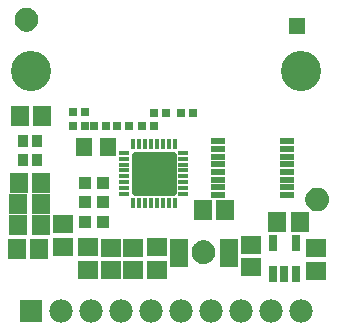
<source format=gbr>
G04 EAGLE Gerber RS-274X export*
G75*
%MOMM*%
%FSLAX34Y34*%
%LPD*%
%INSoldermask Top*%
%IPPOS*%
%AMOC8*
5,1,8,0,0,1.08239X$1,22.5*%
G01*
%ADD10C,3.403200*%
%ADD11R,1.703200X1.503200*%
%ADD12R,1.503200X1.703200*%
%ADD13C,0.555478*%
%ADD14R,0.350000X0.900000*%
%ADD15R,0.900000X0.350000*%
%ADD16R,0.803200X0.803200*%
%ADD17R,0.953200X1.103200*%
%ADD18R,1.503200X2.403200*%
%ADD19R,1.103200X1.003200*%
%ADD20R,1.403200X1.503200*%
%ADD21C,1.203200*%
%ADD22C,0.500000*%
%ADD23R,0.753200X1.403200*%
%ADD24R,1.193800X0.508000*%
%ADD25R,1.473200X1.473200*%
%ADD26R,0.703200X0.703200*%
%ADD27R,1.981200X1.981200*%
%ADD28C,1.981200*%


D10*
X25400Y228600D03*
X254000Y228600D03*
D11*
X52508Y80350D03*
X52508Y99350D03*
D12*
X33310Y98812D03*
X14310Y98812D03*
D13*
X144959Y126539D02*
X144959Y158017D01*
X144959Y126539D02*
X113481Y126539D01*
X113481Y158017D01*
X144959Y158017D01*
X144959Y131816D02*
X113481Y131816D01*
X113481Y137093D02*
X144959Y137093D01*
X144959Y142370D02*
X113481Y142370D01*
X113481Y147647D02*
X144959Y147647D01*
X144959Y152924D02*
X113481Y152924D01*
D14*
X111720Y117278D03*
X116720Y117278D03*
X121720Y117278D03*
X126720Y117278D03*
X131720Y117278D03*
X136720Y117278D03*
X141720Y117278D03*
X146720Y117278D03*
D15*
X154220Y124778D03*
X154220Y129778D03*
X154220Y134778D03*
X154220Y139778D03*
X154220Y144778D03*
X154220Y149778D03*
X154220Y154778D03*
X154220Y159778D03*
D14*
X146720Y167278D03*
X141720Y167278D03*
X136720Y167278D03*
X131720Y167278D03*
X126720Y167278D03*
X121720Y167278D03*
X116720Y167278D03*
X111720Y167278D03*
D15*
X104220Y159778D03*
X104220Y154778D03*
X104220Y149778D03*
X104220Y144778D03*
X104220Y139778D03*
X104220Y134778D03*
X104220Y129778D03*
X104220Y124778D03*
D16*
X152450Y193290D03*
X162610Y193290D03*
D11*
X92640Y79508D03*
X92640Y60508D03*
X111610Y79508D03*
X111610Y60508D03*
D17*
X18022Y169760D03*
X18022Y153260D03*
X30522Y153260D03*
X30522Y169760D03*
D12*
X15794Y191236D03*
X34794Y191236D03*
X34010Y134396D03*
X15010Y134396D03*
D18*
X150490Y74444D03*
X192490Y74444D03*
D11*
X132128Y60540D03*
X132128Y79540D03*
X211082Y62884D03*
X211082Y81884D03*
D19*
X71242Y117910D03*
X86482Y117910D03*
X86482Y101480D03*
X71242Y101480D03*
D12*
X33310Y116512D03*
X14310Y116512D03*
D20*
X89930Y164948D03*
X69610Y164948D03*
D19*
X86390Y134518D03*
X71150Y134518D03*
D12*
X170696Y110984D03*
X189696Y110984D03*
D11*
X73260Y79772D03*
X73260Y60772D03*
D21*
X171100Y75528D03*
D22*
X178600Y75528D02*
X178598Y75709D01*
X178591Y75890D01*
X178580Y76071D01*
X178565Y76252D01*
X178545Y76432D01*
X178521Y76612D01*
X178493Y76791D01*
X178460Y76969D01*
X178423Y77146D01*
X178382Y77323D01*
X178337Y77498D01*
X178287Y77673D01*
X178233Y77846D01*
X178175Y78017D01*
X178113Y78188D01*
X178046Y78356D01*
X177976Y78523D01*
X177902Y78689D01*
X177823Y78852D01*
X177741Y79013D01*
X177655Y79173D01*
X177565Y79330D01*
X177471Y79485D01*
X177374Y79638D01*
X177272Y79788D01*
X177168Y79936D01*
X177059Y80082D01*
X176948Y80224D01*
X176832Y80364D01*
X176714Y80501D01*
X176592Y80636D01*
X176467Y80767D01*
X176339Y80895D01*
X176208Y81020D01*
X176073Y81142D01*
X175936Y81260D01*
X175796Y81376D01*
X175654Y81487D01*
X175508Y81596D01*
X175360Y81700D01*
X175210Y81802D01*
X175057Y81899D01*
X174902Y81993D01*
X174745Y82083D01*
X174585Y82169D01*
X174424Y82251D01*
X174261Y82330D01*
X174095Y82404D01*
X173928Y82474D01*
X173760Y82541D01*
X173589Y82603D01*
X173418Y82661D01*
X173245Y82715D01*
X173070Y82765D01*
X172895Y82810D01*
X172718Y82851D01*
X172541Y82888D01*
X172363Y82921D01*
X172184Y82949D01*
X172004Y82973D01*
X171824Y82993D01*
X171643Y83008D01*
X171462Y83019D01*
X171281Y83026D01*
X171100Y83028D01*
X178600Y75528D02*
X178598Y75347D01*
X178591Y75166D01*
X178580Y74985D01*
X178565Y74804D01*
X178545Y74624D01*
X178521Y74444D01*
X178493Y74265D01*
X178460Y74087D01*
X178423Y73910D01*
X178382Y73733D01*
X178337Y73558D01*
X178287Y73383D01*
X178233Y73210D01*
X178175Y73039D01*
X178113Y72868D01*
X178046Y72700D01*
X177976Y72533D01*
X177902Y72367D01*
X177823Y72204D01*
X177741Y72043D01*
X177655Y71883D01*
X177565Y71726D01*
X177471Y71571D01*
X177374Y71418D01*
X177272Y71268D01*
X177168Y71120D01*
X177059Y70974D01*
X176948Y70832D01*
X176832Y70692D01*
X176714Y70555D01*
X176592Y70420D01*
X176467Y70289D01*
X176339Y70161D01*
X176208Y70036D01*
X176073Y69914D01*
X175936Y69796D01*
X175796Y69680D01*
X175654Y69569D01*
X175508Y69460D01*
X175360Y69356D01*
X175210Y69254D01*
X175057Y69157D01*
X174902Y69063D01*
X174745Y68973D01*
X174585Y68887D01*
X174424Y68805D01*
X174261Y68726D01*
X174095Y68652D01*
X173928Y68582D01*
X173760Y68515D01*
X173589Y68453D01*
X173418Y68395D01*
X173245Y68341D01*
X173070Y68291D01*
X172895Y68246D01*
X172718Y68205D01*
X172541Y68168D01*
X172363Y68135D01*
X172184Y68107D01*
X172004Y68083D01*
X171824Y68063D01*
X171643Y68048D01*
X171462Y68037D01*
X171281Y68030D01*
X171100Y68028D01*
X170919Y68030D01*
X170738Y68037D01*
X170557Y68048D01*
X170376Y68063D01*
X170196Y68083D01*
X170016Y68107D01*
X169837Y68135D01*
X169659Y68168D01*
X169482Y68205D01*
X169305Y68246D01*
X169130Y68291D01*
X168955Y68341D01*
X168782Y68395D01*
X168611Y68453D01*
X168440Y68515D01*
X168272Y68582D01*
X168105Y68652D01*
X167939Y68726D01*
X167776Y68805D01*
X167615Y68887D01*
X167455Y68973D01*
X167298Y69063D01*
X167143Y69157D01*
X166990Y69254D01*
X166840Y69356D01*
X166692Y69460D01*
X166546Y69569D01*
X166404Y69680D01*
X166264Y69796D01*
X166127Y69914D01*
X165992Y70036D01*
X165861Y70161D01*
X165733Y70289D01*
X165608Y70420D01*
X165486Y70555D01*
X165368Y70692D01*
X165252Y70832D01*
X165141Y70974D01*
X165032Y71120D01*
X164928Y71268D01*
X164826Y71418D01*
X164729Y71571D01*
X164635Y71726D01*
X164545Y71883D01*
X164459Y72043D01*
X164377Y72204D01*
X164298Y72367D01*
X164224Y72533D01*
X164154Y72700D01*
X164087Y72868D01*
X164025Y73039D01*
X163967Y73210D01*
X163913Y73383D01*
X163863Y73558D01*
X163818Y73733D01*
X163777Y73910D01*
X163740Y74087D01*
X163707Y74265D01*
X163679Y74444D01*
X163655Y74624D01*
X163635Y74804D01*
X163620Y74985D01*
X163609Y75166D01*
X163602Y75347D01*
X163600Y75528D01*
X163602Y75709D01*
X163609Y75890D01*
X163620Y76071D01*
X163635Y76252D01*
X163655Y76432D01*
X163679Y76612D01*
X163707Y76791D01*
X163740Y76969D01*
X163777Y77146D01*
X163818Y77323D01*
X163863Y77498D01*
X163913Y77673D01*
X163967Y77846D01*
X164025Y78017D01*
X164087Y78188D01*
X164154Y78356D01*
X164224Y78523D01*
X164298Y78689D01*
X164377Y78852D01*
X164459Y79013D01*
X164545Y79173D01*
X164635Y79330D01*
X164729Y79485D01*
X164826Y79638D01*
X164928Y79788D01*
X165032Y79936D01*
X165141Y80082D01*
X165252Y80224D01*
X165368Y80364D01*
X165486Y80501D01*
X165608Y80636D01*
X165733Y80767D01*
X165861Y80895D01*
X165992Y81020D01*
X166127Y81142D01*
X166264Y81260D01*
X166404Y81376D01*
X166546Y81487D01*
X166692Y81596D01*
X166840Y81700D01*
X166990Y81802D01*
X167143Y81899D01*
X167298Y81993D01*
X167455Y82083D01*
X167615Y82169D01*
X167776Y82251D01*
X167939Y82330D01*
X168105Y82404D01*
X168272Y82474D01*
X168440Y82541D01*
X168611Y82603D01*
X168782Y82661D01*
X168955Y82715D01*
X169130Y82765D01*
X169305Y82810D01*
X169482Y82851D01*
X169659Y82888D01*
X169837Y82921D01*
X170016Y82949D01*
X170196Y82973D01*
X170376Y82993D01*
X170557Y83008D01*
X170738Y83019D01*
X170919Y83026D01*
X171100Y83028D01*
D21*
X267390Y120180D03*
D22*
X274890Y120180D02*
X274888Y120361D01*
X274881Y120542D01*
X274870Y120723D01*
X274855Y120904D01*
X274835Y121084D01*
X274811Y121264D01*
X274783Y121443D01*
X274750Y121621D01*
X274713Y121798D01*
X274672Y121975D01*
X274627Y122150D01*
X274577Y122325D01*
X274523Y122498D01*
X274465Y122669D01*
X274403Y122840D01*
X274336Y123008D01*
X274266Y123175D01*
X274192Y123341D01*
X274113Y123504D01*
X274031Y123665D01*
X273945Y123825D01*
X273855Y123982D01*
X273761Y124137D01*
X273664Y124290D01*
X273562Y124440D01*
X273458Y124588D01*
X273349Y124734D01*
X273238Y124876D01*
X273122Y125016D01*
X273004Y125153D01*
X272882Y125288D01*
X272757Y125419D01*
X272629Y125547D01*
X272498Y125672D01*
X272363Y125794D01*
X272226Y125912D01*
X272086Y126028D01*
X271944Y126139D01*
X271798Y126248D01*
X271650Y126352D01*
X271500Y126454D01*
X271347Y126551D01*
X271192Y126645D01*
X271035Y126735D01*
X270875Y126821D01*
X270714Y126903D01*
X270551Y126982D01*
X270385Y127056D01*
X270218Y127126D01*
X270050Y127193D01*
X269879Y127255D01*
X269708Y127313D01*
X269535Y127367D01*
X269360Y127417D01*
X269185Y127462D01*
X269008Y127503D01*
X268831Y127540D01*
X268653Y127573D01*
X268474Y127601D01*
X268294Y127625D01*
X268114Y127645D01*
X267933Y127660D01*
X267752Y127671D01*
X267571Y127678D01*
X267390Y127680D01*
X274890Y120180D02*
X274888Y119999D01*
X274881Y119818D01*
X274870Y119637D01*
X274855Y119456D01*
X274835Y119276D01*
X274811Y119096D01*
X274783Y118917D01*
X274750Y118739D01*
X274713Y118562D01*
X274672Y118385D01*
X274627Y118210D01*
X274577Y118035D01*
X274523Y117862D01*
X274465Y117691D01*
X274403Y117520D01*
X274336Y117352D01*
X274266Y117185D01*
X274192Y117019D01*
X274113Y116856D01*
X274031Y116695D01*
X273945Y116535D01*
X273855Y116378D01*
X273761Y116223D01*
X273664Y116070D01*
X273562Y115920D01*
X273458Y115772D01*
X273349Y115626D01*
X273238Y115484D01*
X273122Y115344D01*
X273004Y115207D01*
X272882Y115072D01*
X272757Y114941D01*
X272629Y114813D01*
X272498Y114688D01*
X272363Y114566D01*
X272226Y114448D01*
X272086Y114332D01*
X271944Y114221D01*
X271798Y114112D01*
X271650Y114008D01*
X271500Y113906D01*
X271347Y113809D01*
X271192Y113715D01*
X271035Y113625D01*
X270875Y113539D01*
X270714Y113457D01*
X270551Y113378D01*
X270385Y113304D01*
X270218Y113234D01*
X270050Y113167D01*
X269879Y113105D01*
X269708Y113047D01*
X269535Y112993D01*
X269360Y112943D01*
X269185Y112898D01*
X269008Y112857D01*
X268831Y112820D01*
X268653Y112787D01*
X268474Y112759D01*
X268294Y112735D01*
X268114Y112715D01*
X267933Y112700D01*
X267752Y112689D01*
X267571Y112682D01*
X267390Y112680D01*
X267209Y112682D01*
X267028Y112689D01*
X266847Y112700D01*
X266666Y112715D01*
X266486Y112735D01*
X266306Y112759D01*
X266127Y112787D01*
X265949Y112820D01*
X265772Y112857D01*
X265595Y112898D01*
X265420Y112943D01*
X265245Y112993D01*
X265072Y113047D01*
X264901Y113105D01*
X264730Y113167D01*
X264562Y113234D01*
X264395Y113304D01*
X264229Y113378D01*
X264066Y113457D01*
X263905Y113539D01*
X263745Y113625D01*
X263588Y113715D01*
X263433Y113809D01*
X263280Y113906D01*
X263130Y114008D01*
X262982Y114112D01*
X262836Y114221D01*
X262694Y114332D01*
X262554Y114448D01*
X262417Y114566D01*
X262282Y114688D01*
X262151Y114813D01*
X262023Y114941D01*
X261898Y115072D01*
X261776Y115207D01*
X261658Y115344D01*
X261542Y115484D01*
X261431Y115626D01*
X261322Y115772D01*
X261218Y115920D01*
X261116Y116070D01*
X261019Y116223D01*
X260925Y116378D01*
X260835Y116535D01*
X260749Y116695D01*
X260667Y116856D01*
X260588Y117019D01*
X260514Y117185D01*
X260444Y117352D01*
X260377Y117520D01*
X260315Y117691D01*
X260257Y117862D01*
X260203Y118035D01*
X260153Y118210D01*
X260108Y118385D01*
X260067Y118562D01*
X260030Y118739D01*
X259997Y118917D01*
X259969Y119096D01*
X259945Y119276D01*
X259925Y119456D01*
X259910Y119637D01*
X259899Y119818D01*
X259892Y119999D01*
X259890Y120180D01*
X259892Y120361D01*
X259899Y120542D01*
X259910Y120723D01*
X259925Y120904D01*
X259945Y121084D01*
X259969Y121264D01*
X259997Y121443D01*
X260030Y121621D01*
X260067Y121798D01*
X260108Y121975D01*
X260153Y122150D01*
X260203Y122325D01*
X260257Y122498D01*
X260315Y122669D01*
X260377Y122840D01*
X260444Y123008D01*
X260514Y123175D01*
X260588Y123341D01*
X260667Y123504D01*
X260749Y123665D01*
X260835Y123825D01*
X260925Y123982D01*
X261019Y124137D01*
X261116Y124290D01*
X261218Y124440D01*
X261322Y124588D01*
X261431Y124734D01*
X261542Y124876D01*
X261658Y125016D01*
X261776Y125153D01*
X261898Y125288D01*
X262023Y125419D01*
X262151Y125547D01*
X262282Y125672D01*
X262417Y125794D01*
X262554Y125912D01*
X262694Y126028D01*
X262836Y126139D01*
X262982Y126248D01*
X263130Y126352D01*
X263280Y126454D01*
X263433Y126551D01*
X263588Y126645D01*
X263745Y126735D01*
X263905Y126821D01*
X264066Y126903D01*
X264229Y126982D01*
X264395Y127056D01*
X264562Y127126D01*
X264730Y127193D01*
X264901Y127255D01*
X265072Y127313D01*
X265245Y127367D01*
X265420Y127417D01*
X265595Y127462D01*
X265772Y127503D01*
X265949Y127540D01*
X266127Y127573D01*
X266306Y127601D01*
X266486Y127625D01*
X266666Y127645D01*
X266847Y127660D01*
X267028Y127671D01*
X267209Y127678D01*
X267390Y127680D01*
D23*
X230164Y57315D03*
X239664Y57315D03*
X249164Y57315D03*
X249164Y83317D03*
X230164Y83317D03*
D11*
X266198Y59924D03*
X266198Y78924D03*
D12*
X13200Y78540D03*
X32200Y78540D03*
D24*
X183516Y169452D03*
X183516Y162952D03*
X183516Y156452D03*
X183516Y149952D03*
X183516Y143452D03*
X183516Y136952D03*
X183516Y130452D03*
X183516Y123952D03*
X241872Y123952D03*
X241872Y130452D03*
X241872Y136952D03*
X241872Y143452D03*
X241872Y149952D03*
X241872Y156452D03*
X241872Y162952D03*
X241872Y169452D03*
D25*
X250344Y266910D03*
D16*
X129610Y182020D03*
X119450Y182020D03*
X108340Y182020D03*
X98180Y182020D03*
X129450Y193290D03*
X139610Y193290D03*
D26*
X78450Y182020D03*
X88610Y182020D03*
X60450Y182020D03*
X70610Y182020D03*
X60450Y194020D03*
X70610Y194020D03*
D12*
X233490Y101000D03*
X252490Y101000D03*
D21*
X21270Y272370D03*
D22*
X28770Y272370D02*
X28768Y272551D01*
X28761Y272732D01*
X28750Y272913D01*
X28735Y273094D01*
X28715Y273274D01*
X28691Y273454D01*
X28663Y273633D01*
X28630Y273811D01*
X28593Y273988D01*
X28552Y274165D01*
X28507Y274340D01*
X28457Y274515D01*
X28403Y274688D01*
X28345Y274859D01*
X28283Y275030D01*
X28216Y275198D01*
X28146Y275365D01*
X28072Y275531D01*
X27993Y275694D01*
X27911Y275855D01*
X27825Y276015D01*
X27735Y276172D01*
X27641Y276327D01*
X27544Y276480D01*
X27442Y276630D01*
X27338Y276778D01*
X27229Y276924D01*
X27118Y277066D01*
X27002Y277206D01*
X26884Y277343D01*
X26762Y277478D01*
X26637Y277609D01*
X26509Y277737D01*
X26378Y277862D01*
X26243Y277984D01*
X26106Y278102D01*
X25966Y278218D01*
X25824Y278329D01*
X25678Y278438D01*
X25530Y278542D01*
X25380Y278644D01*
X25227Y278741D01*
X25072Y278835D01*
X24915Y278925D01*
X24755Y279011D01*
X24594Y279093D01*
X24431Y279172D01*
X24265Y279246D01*
X24098Y279316D01*
X23930Y279383D01*
X23759Y279445D01*
X23588Y279503D01*
X23415Y279557D01*
X23240Y279607D01*
X23065Y279652D01*
X22888Y279693D01*
X22711Y279730D01*
X22533Y279763D01*
X22354Y279791D01*
X22174Y279815D01*
X21994Y279835D01*
X21813Y279850D01*
X21632Y279861D01*
X21451Y279868D01*
X21270Y279870D01*
X28770Y272370D02*
X28768Y272189D01*
X28761Y272008D01*
X28750Y271827D01*
X28735Y271646D01*
X28715Y271466D01*
X28691Y271286D01*
X28663Y271107D01*
X28630Y270929D01*
X28593Y270752D01*
X28552Y270575D01*
X28507Y270400D01*
X28457Y270225D01*
X28403Y270052D01*
X28345Y269881D01*
X28283Y269710D01*
X28216Y269542D01*
X28146Y269375D01*
X28072Y269209D01*
X27993Y269046D01*
X27911Y268885D01*
X27825Y268725D01*
X27735Y268568D01*
X27641Y268413D01*
X27544Y268260D01*
X27442Y268110D01*
X27338Y267962D01*
X27229Y267816D01*
X27118Y267674D01*
X27002Y267534D01*
X26884Y267397D01*
X26762Y267262D01*
X26637Y267131D01*
X26509Y267003D01*
X26378Y266878D01*
X26243Y266756D01*
X26106Y266638D01*
X25966Y266522D01*
X25824Y266411D01*
X25678Y266302D01*
X25530Y266198D01*
X25380Y266096D01*
X25227Y265999D01*
X25072Y265905D01*
X24915Y265815D01*
X24755Y265729D01*
X24594Y265647D01*
X24431Y265568D01*
X24265Y265494D01*
X24098Y265424D01*
X23930Y265357D01*
X23759Y265295D01*
X23588Y265237D01*
X23415Y265183D01*
X23240Y265133D01*
X23065Y265088D01*
X22888Y265047D01*
X22711Y265010D01*
X22533Y264977D01*
X22354Y264949D01*
X22174Y264925D01*
X21994Y264905D01*
X21813Y264890D01*
X21632Y264879D01*
X21451Y264872D01*
X21270Y264870D01*
X21089Y264872D01*
X20908Y264879D01*
X20727Y264890D01*
X20546Y264905D01*
X20366Y264925D01*
X20186Y264949D01*
X20007Y264977D01*
X19829Y265010D01*
X19652Y265047D01*
X19475Y265088D01*
X19300Y265133D01*
X19125Y265183D01*
X18952Y265237D01*
X18781Y265295D01*
X18610Y265357D01*
X18442Y265424D01*
X18275Y265494D01*
X18109Y265568D01*
X17946Y265647D01*
X17785Y265729D01*
X17625Y265815D01*
X17468Y265905D01*
X17313Y265999D01*
X17160Y266096D01*
X17010Y266198D01*
X16862Y266302D01*
X16716Y266411D01*
X16574Y266522D01*
X16434Y266638D01*
X16297Y266756D01*
X16162Y266878D01*
X16031Y267003D01*
X15903Y267131D01*
X15778Y267262D01*
X15656Y267397D01*
X15538Y267534D01*
X15422Y267674D01*
X15311Y267816D01*
X15202Y267962D01*
X15098Y268110D01*
X14996Y268260D01*
X14899Y268413D01*
X14805Y268568D01*
X14715Y268725D01*
X14629Y268885D01*
X14547Y269046D01*
X14468Y269209D01*
X14394Y269375D01*
X14324Y269542D01*
X14257Y269710D01*
X14195Y269881D01*
X14137Y270052D01*
X14083Y270225D01*
X14033Y270400D01*
X13988Y270575D01*
X13947Y270752D01*
X13910Y270929D01*
X13877Y271107D01*
X13849Y271286D01*
X13825Y271466D01*
X13805Y271646D01*
X13790Y271827D01*
X13779Y272008D01*
X13772Y272189D01*
X13770Y272370D01*
X13772Y272551D01*
X13779Y272732D01*
X13790Y272913D01*
X13805Y273094D01*
X13825Y273274D01*
X13849Y273454D01*
X13877Y273633D01*
X13910Y273811D01*
X13947Y273988D01*
X13988Y274165D01*
X14033Y274340D01*
X14083Y274515D01*
X14137Y274688D01*
X14195Y274859D01*
X14257Y275030D01*
X14324Y275198D01*
X14394Y275365D01*
X14468Y275531D01*
X14547Y275694D01*
X14629Y275855D01*
X14715Y276015D01*
X14805Y276172D01*
X14899Y276327D01*
X14996Y276480D01*
X15098Y276630D01*
X15202Y276778D01*
X15311Y276924D01*
X15422Y277066D01*
X15538Y277206D01*
X15656Y277343D01*
X15778Y277478D01*
X15903Y277609D01*
X16031Y277737D01*
X16162Y277862D01*
X16297Y277984D01*
X16434Y278102D01*
X16574Y278218D01*
X16716Y278329D01*
X16862Y278438D01*
X17010Y278542D01*
X17160Y278644D01*
X17313Y278741D01*
X17468Y278835D01*
X17625Y278925D01*
X17785Y279011D01*
X17946Y279093D01*
X18109Y279172D01*
X18275Y279246D01*
X18442Y279316D01*
X18610Y279383D01*
X18781Y279445D01*
X18952Y279503D01*
X19125Y279557D01*
X19300Y279607D01*
X19475Y279652D01*
X19652Y279693D01*
X19829Y279730D01*
X20007Y279763D01*
X20186Y279791D01*
X20366Y279815D01*
X20546Y279835D01*
X20727Y279850D01*
X20908Y279861D01*
X21089Y279868D01*
X21270Y279870D01*
D27*
X25400Y25400D03*
D28*
X50800Y25400D03*
X76200Y25400D03*
X101600Y25400D03*
X127000Y25400D03*
X152400Y25400D03*
X177800Y25400D03*
X203200Y25400D03*
X228600Y25400D03*
X254000Y25400D03*
M02*

</source>
